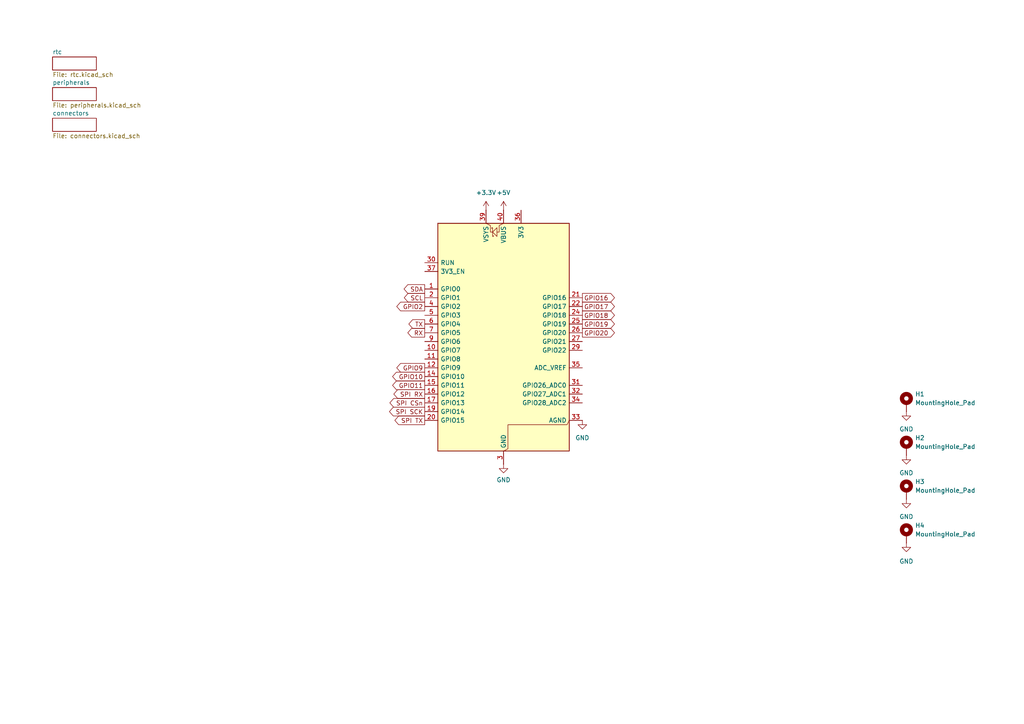
<source format=kicad_sch>
(kicad_sch (version 20250114) (generator "eeschema") (generator_version "9.0")
  (paper "A4")
  (title_block (title "Raspberry Pi Pico Logger") (date "2025-06-21") (rev "2.0") (company "Creator: Piotr Kłyś"))
  (lib_symbols
    (symbol "MCU_Module:RaspberryPi_Pico" (pin_names (offset 0.762))
      (property "Reference" "A" (at -19.05 35.56 0))
      (property "Value" "RaspberryPi_Pico" (at 7.62 35.56 0))
      (symbol "RaspberryPi_Pico_0_1"
        (rectangle (start -19.05 34.29) (end 19.05 -31.75) (stroke (width 0.254)) (fill (type background)))
        (polyline (pts (xy -5.08 34.29) (xy -3.81 33.655) (xy -3.81 31.75) (xy -3.175 31.75)))
        (polyline (pts (xy -3.429 32.766) (xy -3.429 33.02) (xy -3.175 33.02) (xy -3.175 30.48) (xy -2.921 30.48) (xy -2.921 30.734)))
        (polyline (pts (xy -3.175 31.75) (xy -1.905 33.02) (xy -1.905 30.48) (xy -3.175 31.75)))
        (polyline (pts (xy 0 34.29) (xy -1.27 33.655) (xy -1.27 31.75) (xy -1.905 31.75)))
        (polyline (pts (xy 0 -31.75) (xy 1.27 -31.115) (xy 1.27 -24.13) (xy 18.415 -24.13) (xy 19.05 -22.86)))
      )
      (symbol "RaspberryPi_Pico_1_1"
        (pin passive line (at -22.86 22.86 0) (length 3.81) (name "RUN") (number "30"))
        (pin passive line (at -22.86 20.32 0) (length 3.81) (name "3V3_EN") (number "37"))
        (pin bidirectional line (at -22.86 15.24 0) (length 3.81) (name "GPIO0") (number "1"))
        (pin bidirectional line (at -22.86 12.7 0) (length 3.81) (name "GPIO1") (number "2"))
        (pin bidirectional line (at -22.86 10.16 0) (length 3.81) (name "GPIO2") (number "4"))
        (pin bidirectional line (at -22.86 7.62 0) (length 3.81) (name "GPIO3") (number "5"))
        (pin bidirectional line (at -22.86 5.08 0) (length 3.81) (name "GPIO4") (number "6"))
        (pin bidirectional line (at -22.86 2.54 0) (length 3.81) (name "GPIO5") (number "7"))
        (pin bidirectional line (at -22.86 0 0) (length 3.81) (name "GPIO6") (number "9"))
        (pin bidirectional line (at -22.86 -2.54 0) (length 3.81) (name "GPIO7") (number "10"))
        (pin bidirectional line (at -22.86 -5.08 0) (length 3.81) (name "GPIO8") (number "11"))
        (pin bidirectional line (at -22.86 -7.62 0) (length 3.81) (name "GPIO9") (number "12"))
        (pin bidirectional line (at -22.86 -10.16 0) (length 3.81) (name "GPIO10") (number "14"))
        (pin bidirectional line (at -22.86 -12.7 0) (length 3.81) (name "GPIO11") (number "15"))
        (pin bidirectional line (at -22.86 -15.24 0) (length 3.81) (name "GPIO12") (number "16"))
        (pin bidirectional line (at -22.86 -17.78 0) (length 3.81) (name "GPIO13") (number "17"))
        (pin bidirectional line (at -22.86 -20.32 0) (length 3.81) (name "GPIO14") (number "19"))
        (pin bidirectional line (at -22.86 -22.86 0) (length 3.81) (name "GPIO15") (number "20"))
        (pin power_in line (at -5.08 38.1 270) (length 3.81) (name "VSYS") (number "39"))
        (pin power_out line (at 0 38.1 270) (length 3.81) (name "VBUS") (number "40"))
        (pin passive line (at 0 -35.56 90) (length 3.81) (hide yes) (name "GND") (number "13"))
        (pin passive line (at 0 -35.56 90) (length 3.81) (hide yes) (name "GND") (number "18"))
        (pin passive line (at 0 -35.56 90) (length 3.81) (hide yes) (name "GND") (number "23"))
        (pin passive line (at 0 -35.56 90) (length 3.81) (hide yes) (name "GND") (number "28"))
        (pin power_out line (at 0 -35.56 90) (length 3.81) (name "GND") (number "3"))
        (pin passive line (at 0 -35.56 90) (length 3.81) (hide yes) (name "GND") (number "38"))
        (pin passive line (at 0 -35.56 90) (length 3.81) (hide yes) (name "GND") (number "8"))
        (pin power_out line (at 5.08 38.1 270) (length 3.81) (name "3V3") (number "36"))
        (pin bidirectional line (at 22.86 12.7 180) (length 3.81) (name "GPIO16") (number "21"))
        (pin bidirectional line (at 22.86 10.16 180) (length 3.81) (name "GPIO17") (number "22"))
        (pin bidirectional line (at 22.86 7.62 180) (length 3.81) (name "GPIO18") (number "24"))
        (pin bidirectional line (at 22.86 5.08 180) (length 3.81) (name "GPIO19") (number "25"))
        (pin bidirectional line (at 22.86 2.54 180) (length 3.81) (name "GPIO20") (number "26"))
        (pin bidirectional line (at 22.86 0 180) (length 3.81) (name "GPIO21") (number "27"))
        (pin bidirectional line (at 22.86 -2.54 180) (length 3.81) (name "GPIO22") (number "29"))
        (pin power_in line (at 22.86 -7.62 180) (length 3.81) (name "ADC_VREF") (number "35"))
        (pin bidirectional line (at 22.86 -12.7 180) (length 3.81) (name "GPIO26_ADC0") (number "31"))
        (pin bidirectional line (at 22.86 -15.24 180) (length 3.81) (name "GPIO27_ADC1") (number "32"))
        (pin bidirectional line (at 22.86 -17.78 180) (length 3.81) (name "GPIO28_ADC2") (number "34"))
        (pin power_out line (at 22.86 -22.86 180) (length 3.81) (name "AGND") (number "33"))
      )
    )
    (symbol "Mechanical:MountingHole_Pad" (pin_numbers (hide yes)) (pin_names (offset 1.016) (hide yes)) (in_bom no)
      (property "Reference" "H" (at 0 6.35 0))
      (property "Value" "MountingHole_Pad" (at 0 4.445 0))
      (symbol "MountingHole_Pad_0_1"
        (circle (center 0 1.27) (radius 1.27) (stroke (width 1.27)))
      )
      (symbol "MountingHole_Pad_1_1"
        (pin input line (at 0 -2.54 90) (length 2.54) (name "1") (number "1"))
      )
    )
    (symbol "power:+3.3V" (power) (pin_numbers (hide yes)) (pin_names (offset 0) (hide yes))
      (property "Value" "+3.3V" (at 0 3.556 0))
      (symbol "+3.3V_0_1"
        (polyline (pts (xy -0.762 1.27) (xy 0 2.54)))
        (polyline (pts (xy 0 2.54) (xy 0.762 1.27)))
        (polyline (pts (xy 0 0) (xy 0 2.54)))
      )
      (symbol "+3.3V_1_1"
        (pin power_in line (at 0 0 90) (length 0) (name "~") (number "1"))
      )
    )
    (symbol "power:+5V" (power) (pin_numbers (hide yes)) (pin_names (offset 0) (hide yes))
      (property "Value" "+5V" (at 0 3.556 0))
      (symbol "+5V_0_1"
        (polyline (pts (xy -0.762 1.27) (xy 0 2.54)))
        (polyline (pts (xy 0 2.54) (xy 0.762 1.27)))
        (polyline (pts (xy 0 0) (xy 0 2.54)))
      )
      (symbol "+5V_1_1"
        (pin power_in line (at 0 0 90) (length 0) (name "~") (number "1"))
      )
    )
    (symbol "power:GND" (power) (pin_numbers (hide yes)) (pin_names (offset 0) (hide yes))
      (property "Value" "GND" (at 0 -3.81 0))
      (symbol "GND_0_1"
        (polyline (pts (xy 0 0) (xy 0 -1.27) (xy 1.27 -1.27) (xy 0 -2.54) (xy -1.27 -1.27) (xy 0 -1.27)))
      )
      (symbol "GND_1_1"
        (pin power_in line (at 0 0 270) (length 0) (name "~") (number "1"))
      )
    )
  )
  (global_label "TX" (shape output) (at 123.19 93.98 180) (property "Intersheetrefs" "${INTERSHEET_REFS}" (effects (hide yes))))
  (global_label "GPIO19" (shape output) (at 168.91 93.98 0) (property "Intersheetrefs" "${INTERSHEET_REFS}" (effects (hide yes))))
  (global_label "SCL" (shape output) (at 123.19 86.36 180) (property "Intersheetrefs" "${INTERSHEET_REFS}" (effects (hide yes))))
  (global_label "SPI RX" (shape output) (at 123.19 114.3 180) (property "Intersheetrefs" "${INTERSHEET_REFS}" (effects (hide yes))))
  (global_label "SPI CSn" (shape output) (at 123.19 116.84 180) (property "Intersheetrefs" "${INTERSHEET_REFS}" (effects (hide yes))))
  (global_label "SDA" (shape output) (at 123.19 83.82 180) (property "Intersheetrefs" "${INTERSHEET_REFS}" (effects (hide yes))))
  (global_label "SPI TX" (shape output) (at 123.19 121.92 180) (property "Intersheetrefs" "${INTERSHEET_REFS}" (effects (hide yes))))
  (global_label "GPIO11" (shape output) (at 123.19 111.76 180) (property "Intersheetrefs" "${INTERSHEET_REFS}" (effects (hide yes))))
  (global_label "GPIO9" (shape output) (at 123.19 106.68 180) (property "Intersheetrefs" "${INTERSHEET_REFS}" (effects (hide yes))))
  (global_label "GPIO18" (shape output) (at 168.91 91.44 0) (property "Intersheetrefs" "${INTERSHEET_REFS}" (effects (hide yes))))
  (global_label "GPIO20" (shape output) (at 168.91 96.52 0) (property "Intersheetrefs" "${INTERSHEET_REFS}" (effects (hide yes))))
  (global_label "GPIO2" (shape output) (at 123.19 88.9 180) (property "Intersheetrefs" "${INTERSHEET_REFS}" (effects (hide yes))))
  (global_label "GPIO16" (shape output) (at 168.91 86.36 0) (property "Intersheetrefs" "${INTERSHEET_REFS}" (effects (hide yes))))
  (global_label "RX" (shape output) (at 123.19 96.52 180) (property "Intersheetrefs" "${INTERSHEET_REFS}" (effects (hide yes))))
  (global_label "GPIO17" (shape output) (at 168.91 88.9 0) (property "Intersheetrefs" "${INTERSHEET_REFS}" (effects (hide yes))))
  (global_label "SPI SCK" (shape output) (at 123.19 119.38 180) (property "Intersheetrefs" "${INTERSHEET_REFS}" (effects (hide yes))))
  (global_label "GPIO10" (shape output) (at 123.19 109.22 180) (property "Intersheetrefs" "${INTERSHEET_REFS}" (effects (hide yes))))
  (symbol (lib_id "MCU_Module:RaspberryPi_Pico") (at 146.05 99.06 0) (unit 1)
    (property "Reference" "A1" (effects (hide yes)))
    (property "Value" "RaspberryPi_Pico" (effects (hide yes)))
    (property "Footprint" "Module:RaspberryPi_Pico_Common_THT" (effects (hide yes)))
    (property "Datasheet" "https://datasheets.raspberrypi.com/pico/pico-datasheet.pdf" (effects (hide yes)))
    (property "Description" "Versatile and inexpensive microcontroller module powered by RP2040 dual-core Arm Cortex-M0+ processor up to 133 MHz, 264kB SRAM, 2MB QSPI flash; also supports Raspberry Pi Pico 2" (effects (hide yes)))
  )
  (symbol (lib_id "Mechanical:MountingHole_Pad") (at 262.89 142.24 0) (unit 1) (in_bom no)
    (property "Reference" "H3" (at 265.43 139.6999 0) (effects (justify left)))
    (property "Value" "MountingHole_Pad" (at 265.43 142.2399 0) (effects (justify left)))
    (property "Footprint" "MountingHole:MountingHole_3.2mm_M3_DIN965_Pad" (effects (hide yes)))
    (property "Description" "Mounting Hole with connection" (effects (hide yes)))
  )
  (symbol (lib_id "power:GND") (at 262.89 132.08 0) (unit 1)
    (property "Reference" "#PWR09" (effects (hide yes)))
    (property "Value" "GND" (at 262.89 137.16 0))
    (property "Description" "Power symbol creates a global label with name \"GND\" , ground" (effects (hide yes)))
  )
  (symbol (lib_id "Mechanical:MountingHole_Pad") (at 262.89 116.84 0) (unit 1) (in_bom no)
    (property "Reference" "H1" (at 265.43 114.2999 0) (effects (justify left)))
    (property "Value" "MountingHole_Pad" (at 265.43 116.8399 0) (effects (justify left)))
    (property "Footprint" "MountingHole:MountingHole_3.2mm_M3_DIN965_Pad" (effects (hide yes)))
    (property "Description" "Mounting Hole with connection" (effects (hide yes)))
  )
  (symbol (lib_id "power:+5V") (at 146.05 60.96 0) (unit 1)
    (property "Reference" "#PWR04" (effects (hide yes)))
    (property "Value" "+5V" (at 146.05 55.88 0))
    (property "Description" "Power symbol creates a global label with name \"+5V\"" (effects (hide yes)))
  )
  (symbol (lib_id "power:GND") (at 262.89 144.78 0) (unit 1)
    (property "Reference" "#PWR08" (effects (hide yes)))
    (property "Value" "GND" (at 262.89 149.86 0))
    (property "Description" "Power symbol creates a global label with name \"GND\" , ground" (effects (hide yes)))
  )
  (symbol (lib_id "Mechanical:MountingHole_Pad") (at 262.89 129.54 0) (unit 1) (in_bom no)
    (property "Reference" "H2" (at 265.43 126.9999 0) (effects (justify left)))
    (property "Value" "MountingHole_Pad" (at 265.43 129.5399 0) (effects (justify left)))
    (property "Footprint" "MountingHole:MountingHole_3.2mm_M3_DIN965_Pad" (effects (hide yes)))
    (property "Description" "Mounting Hole with connection" (effects (hide yes)))
  )
  (symbol (lib_id "Mechanical:MountingHole_Pad") (at 262.89 154.94 0) (unit 1) (in_bom no)
    (property "Reference" "H4" (at 265.43 152.3999 0) (effects (justify left)))
    (property "Value" "MountingHole_Pad" (at 265.43 154.9399 0) (effects (justify left)))
    (property "Footprint" "MountingHole:MountingHole_3.2mm_M3_DIN965_Pad" (effects (hide yes)))
    (property "Description" "Mounting Hole with connection" (effects (hide yes)))
  )
  (symbol (lib_id "power:GND") (at 262.89 119.38 0) (unit 1)
    (property "Reference" "#PWR06" (effects (hide yes)))
    (property "Value" "GND" (at 262.89 124.46 0))
    (property "Description" "Power symbol creates a global label with name \"GND\" , ground" (effects (hide yes)))
  )
  (symbol (lib_id "power:GND") (at 146.05 134.62 0) (unit 1)
    (property "Reference" "#PWR01" (effects (hide yes)))
    (property "Value" "GND" (at 146.05 139.192 0))
    (property "Description" "Power symbol creates a global label with name \"GND\" , ground" (effects (hide yes)))
  )
  (symbol (lib_id "power:+3.3V") (at 140.97 60.96 0) (unit 1)
    (property "Reference" "#PWR016" (effects (hide yes)))
    (property "Value" "+3.3V" (at 140.97 55.88 0))
    (property "Description" "Power symbol creates a global label with name \"+3.3V\"" (effects (hide yes)))
  )
  (symbol (lib_id "power:GND") (at 262.89 157.48 0) (unit 1)
    (property "Reference" "#PWR07" (effects (hide yes)))
    (property "Value" "GND" (at 262.89 162.814 0))
    (property "Description" "Power symbol creates a global label with name \"GND\" , ground" (effects (hide yes)))
  )
  (symbol (lib_id "power:GND") (at 168.91 121.92 0) (unit 1)
    (property "Reference" "#PWR02" (effects (hide yes)))
    (property "Value" "GND" (at 168.91 127 0))
    (property "Description" "Power symbol creates a global label with name \"GND\" , ground" (effects (hide yes)))
  )
  (sheet (at 15.24 16.51) (size 12.7 3.81) (stroke (width 0.1524))
    (property "Sheetname" "rtc" (at 15.24 15.7984 0) (effects (justify left bottom)))
    (property "Sheetfile" "rtc.kicad_sch" (at 15.24 20.9046 0) (effects (justify left top)))
  )
  (sheet (at 15.24 25.4) (size 12.7 3.81) (stroke (width 0.1524))
    (property "Sheetname" "peripherals" (at 15.24 24.6884 0) (effects (justify left bottom)))
    (property "Sheetfile" "peripherals.kicad_sch" (at 15.24 29.7946 0) (effects (justify left top)))
  )
  (sheet (at 15.24 34.29) (size 12.7 3.81) (stroke (width 0.1524))
    (property "Sheetname" "connectors" (at 15.24 33.5784 0) (effects (justify left bottom)))
    (property "Sheetfile" "connectors.kicad_sch" (at 15.24 38.6846 0) (effects (justify left top)))
  )
)
</source>
